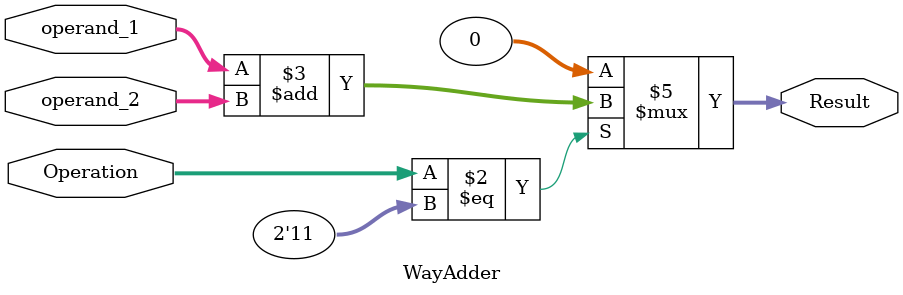
<source format=v>
module WayAdder (
input [31:0] operand_1,
input [31:0] operand_2,
input [1:0] Operation, 
output reg [31:0] Result
);

always @ (*) begin 
	if(Operation == 2'b11) begin 
		Result <= operand_1 + operand_2;
		end 
	else
		Result <= 32'b0;
			end 
				endmodule 
				
				

</source>
